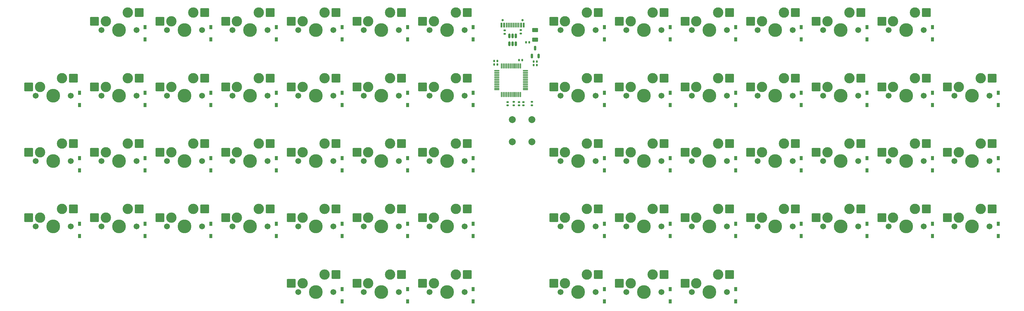
<source format=gbr>
%TF.GenerationSoftware,KiCad,Pcbnew,7.0.9*%
%TF.CreationDate,2024-01-02T18:20:27+09:00*%
%TF.ProjectId,SpaceCadet2024,53706163-6543-4616-9465-74323032342e,rev?*%
%TF.SameCoordinates,Original*%
%TF.FileFunction,Soldermask,Bot*%
%TF.FilePolarity,Negative*%
%FSLAX46Y46*%
G04 Gerber Fmt 4.6, Leading zero omitted, Abs format (unit mm)*
G04 Created by KiCad (PCBNEW 7.0.9) date 2024-01-02 18:20:27*
%MOMM*%
%LPD*%
G01*
G04 APERTURE LIST*
G04 Aperture macros list*
%AMRoundRect*
0 Rectangle with rounded corners*
0 $1 Rounding radius*
0 $2 $3 $4 $5 $6 $7 $8 $9 X,Y pos of 4 corners*
0 Add a 4 corners polygon primitive as box body*
4,1,4,$2,$3,$4,$5,$6,$7,$8,$9,$2,$3,0*
0 Add four circle primitives for the rounded corners*
1,1,$1+$1,$2,$3*
1,1,$1+$1,$4,$5*
1,1,$1+$1,$6,$7*
1,1,$1+$1,$8,$9*
0 Add four rect primitives between the rounded corners*
20,1,$1+$1,$2,$3,$4,$5,0*
20,1,$1+$1,$4,$5,$6,$7,0*
20,1,$1+$1,$6,$7,$8,$9,0*
20,1,$1+$1,$8,$9,$2,$3,0*%
G04 Aperture macros list end*
%ADD10C,1.701800*%
%ADD11C,3.000000*%
%ADD12C,3.987800*%
%ADD13RoundRect,0.200000X-1.075000X-1.050000X1.075000X-1.050000X1.075000X1.050000X-1.075000X1.050000X0*%
%ADD14R,0.950000X1.300000*%
%ADD15C,2.000000*%
%ADD16RoundRect,0.250000X-0.625000X0.375000X-0.625000X-0.375000X0.625000X-0.375000X0.625000X0.375000X0*%
%ADD17RoundRect,0.150000X0.150000X-0.512500X0.150000X0.512500X-0.150000X0.512500X-0.150000X-0.512500X0*%
%ADD18RoundRect,0.135000X-0.185000X0.135000X-0.185000X-0.135000X0.185000X-0.135000X0.185000X0.135000X0*%
%ADD19RoundRect,0.140000X0.170000X-0.140000X0.170000X0.140000X-0.170000X0.140000X-0.170000X-0.140000X0*%
%ADD20RoundRect,0.075000X0.075000X-0.662500X0.075000X0.662500X-0.075000X0.662500X-0.075000X-0.662500X0*%
%ADD21RoundRect,0.075000X0.662500X-0.075000X0.662500X0.075000X-0.662500X0.075000X-0.662500X-0.075000X0*%
%ADD22RoundRect,0.140000X-0.140000X-0.170000X0.140000X-0.170000X0.140000X0.170000X-0.140000X0.170000X0*%
%ADD23RoundRect,0.140000X0.140000X0.170000X-0.140000X0.170000X-0.140000X-0.170000X0.140000X-0.170000X0*%
%ADD24C,0.650000*%
%ADD25R,0.600000X1.450000*%
%ADD26R,0.300000X1.450000*%
%ADD27RoundRect,0.135000X0.185000X-0.135000X0.185000X0.135000X-0.185000X0.135000X-0.185000X-0.135000X0*%
G04 APERTURE END LIST*
D10*
%TO.C,SW9*%
X187770000Y-21850000D03*
D11*
X189040000Y-19310000D03*
D12*
X192850000Y-21850000D03*
D11*
X195390000Y-16770000D03*
D10*
X197930000Y-21850000D03*
D13*
X185765000Y-19310000D03*
X198692000Y-16770000D03*
%TD*%
D10*
%TO.C,SW19*%
X149770000Y-40850000D03*
D11*
X151040000Y-38310000D03*
D12*
X154850000Y-40850000D03*
D11*
X157390000Y-35770000D03*
D10*
X159930000Y-40850000D03*
D13*
X147765000Y-38310000D03*
X160692000Y-35770000D03*
%TD*%
D10*
%TO.C,SW38*%
X35770000Y-78850000D03*
D11*
X37040000Y-76310000D03*
D12*
X40850000Y-78850000D03*
D11*
X43390000Y-73770000D03*
D10*
X45930000Y-78850000D03*
D13*
X33765000Y-76310000D03*
X46692000Y-73770000D03*
%TD*%
D10*
%TO.C,SW14*%
X35770000Y-40850000D03*
D11*
X37040000Y-38310000D03*
D12*
X40850000Y-40850000D03*
D11*
X43390000Y-35770000D03*
D10*
X45930000Y-40850000D03*
D13*
X33765000Y-38310000D03*
X46692000Y-35770000D03*
%TD*%
D10*
%TO.C,SW39*%
X54770000Y-78850000D03*
D11*
X56040000Y-76310000D03*
D12*
X59850000Y-78850000D03*
D11*
X62390000Y-73770000D03*
D10*
X64930000Y-78850000D03*
D13*
X52765000Y-76310000D03*
X65692000Y-73770000D03*
%TD*%
D10*
%TO.C,SW40*%
X73770000Y-78850000D03*
D11*
X75040000Y-76310000D03*
D12*
X78850000Y-78850000D03*
D11*
X81390000Y-73770000D03*
D10*
X83930000Y-78850000D03*
D13*
X71765000Y-76310000D03*
X84692000Y-73770000D03*
%TD*%
D10*
%TO.C,SW21*%
X187770000Y-40850000D03*
D11*
X189040000Y-38310000D03*
D12*
X192850000Y-40850000D03*
D11*
X195390000Y-35770000D03*
D10*
X197930000Y-40850000D03*
D13*
X185765000Y-38310000D03*
X198692000Y-35770000D03*
%TD*%
D10*
%TO.C,SW56*%
X168770000Y-97850000D03*
D11*
X170040000Y-95310000D03*
D12*
X173850000Y-97850000D03*
D11*
X176390000Y-92770000D03*
D10*
X178930000Y-97850000D03*
D13*
X166765000Y-95310000D03*
X179692000Y-92770000D03*
%TD*%
D10*
%TO.C,SW45*%
X187770000Y-78850000D03*
D11*
X189040000Y-76310000D03*
D12*
X192850000Y-78850000D03*
D11*
X195390000Y-73770000D03*
D10*
X197930000Y-78850000D03*
D13*
X185765000Y-76310000D03*
X198692000Y-73770000D03*
%TD*%
D10*
%TO.C,SW30*%
X111770000Y-59850000D03*
D11*
X113040000Y-57310000D03*
D12*
X116850000Y-59850000D03*
D11*
X119390000Y-54770000D03*
D10*
X121930000Y-59850000D03*
D13*
X109765000Y-57310000D03*
X122692000Y-54770000D03*
%TD*%
D10*
%TO.C,SW50*%
X-2230000Y-59850000D03*
D11*
X-960000Y-57310000D03*
D12*
X2850000Y-59850000D03*
D11*
X5390000Y-54770000D03*
D10*
X7930000Y-59850000D03*
D13*
X-4235000Y-57310000D03*
X8692000Y-54770000D03*
%TD*%
D10*
%TO.C,SW33*%
X187770000Y-59850000D03*
D11*
X189040000Y-57310000D03*
D12*
X192850000Y-59850000D03*
D11*
X195390000Y-54770000D03*
D10*
X197930000Y-59850000D03*
D13*
X185765000Y-57310000D03*
X198692000Y-54770000D03*
%TD*%
D10*
%TO.C,SW59*%
X263770000Y-59850000D03*
D11*
X265040000Y-57310000D03*
D12*
X268850000Y-59850000D03*
D11*
X271390000Y-54770000D03*
D10*
X273930000Y-59850000D03*
D13*
X261765000Y-57310000D03*
X274692000Y-54770000D03*
%TD*%
D10*
%TO.C,SW58*%
X263770000Y-78850000D03*
D11*
X265040000Y-76310000D03*
D12*
X268850000Y-78850000D03*
D11*
X271390000Y-73770000D03*
D10*
X273930000Y-78850000D03*
D13*
X261765000Y-76310000D03*
X274692000Y-73770000D03*
%TD*%
D10*
%TO.C,SW12*%
X244770000Y-21850000D03*
D11*
X246040000Y-19310000D03*
D12*
X249850000Y-21850000D03*
D11*
X252390000Y-16770000D03*
D10*
X254930000Y-21850000D03*
D13*
X242765000Y-19310000D03*
X255692000Y-16770000D03*
%TD*%
D10*
%TO.C,SW32*%
X168770000Y-59850000D03*
D11*
X170040000Y-57310000D03*
D12*
X173850000Y-59850000D03*
D11*
X176390000Y-54770000D03*
D10*
X178930000Y-59850000D03*
D13*
X166765000Y-57310000D03*
X179692000Y-54770000D03*
%TD*%
D10*
%TO.C,SW10*%
X206770000Y-21850000D03*
D11*
X208040000Y-19310000D03*
D12*
X211850000Y-21850000D03*
D11*
X214390000Y-16770000D03*
D10*
X216930000Y-21850000D03*
D13*
X204765000Y-19310000D03*
X217692000Y-16770000D03*
%TD*%
D10*
%TO.C,SW22*%
X206770000Y-40850000D03*
D11*
X208040000Y-38310000D03*
D12*
X211850000Y-40850000D03*
D11*
X214390000Y-35770000D03*
D10*
X216930000Y-40850000D03*
D13*
X204765000Y-38310000D03*
X217692000Y-35770000D03*
%TD*%
D10*
%TO.C,SW43*%
X149770000Y-78850000D03*
D11*
X151040000Y-76310000D03*
D12*
X154850000Y-78850000D03*
D11*
X157390000Y-73770000D03*
D10*
X159930000Y-78850000D03*
D13*
X147765000Y-76310000D03*
X160692000Y-73770000D03*
%TD*%
D10*
%TO.C,SW8*%
X168770000Y-21850000D03*
D11*
X170040000Y-19310000D03*
D12*
X173850000Y-21850000D03*
D11*
X176390000Y-16770000D03*
D10*
X178930000Y-21850000D03*
D13*
X166765000Y-19310000D03*
X179692000Y-16770000D03*
%TD*%
D10*
%TO.C,SW55*%
X149770000Y-97850000D03*
D11*
X151040000Y-95310000D03*
D12*
X154850000Y-97850000D03*
D11*
X157390000Y-92770000D03*
D10*
X159930000Y-97850000D03*
D13*
X147765000Y-95310000D03*
X160692000Y-92770000D03*
%TD*%
D10*
%TO.C,SW44*%
X168770000Y-78850000D03*
D11*
X170040000Y-76310000D03*
D12*
X173850000Y-78850000D03*
D11*
X176390000Y-73770000D03*
D10*
X178930000Y-78850000D03*
D13*
X166765000Y-76310000D03*
X179692000Y-73770000D03*
%TD*%
D10*
%TO.C,SW37*%
X16770000Y-78850000D03*
D11*
X18040000Y-76310000D03*
D12*
X21850000Y-78850000D03*
D11*
X24390000Y-73770000D03*
D10*
X26930000Y-78850000D03*
D13*
X14765000Y-76310000D03*
X27692000Y-73770000D03*
%TD*%
D10*
%TO.C,SW1*%
X16770000Y-21850000D03*
D11*
X18040000Y-19310000D03*
D12*
X21850000Y-21850000D03*
D11*
X24390000Y-16770000D03*
D10*
X26930000Y-21850000D03*
D13*
X14765000Y-19310000D03*
X27692000Y-16770000D03*
%TD*%
D10*
%TO.C,SW28*%
X73770000Y-59850000D03*
D11*
X75040000Y-57310000D03*
D12*
X78850000Y-59850000D03*
D11*
X81390000Y-54770000D03*
D10*
X83930000Y-59850000D03*
D13*
X71765000Y-57310000D03*
X84692000Y-54770000D03*
%TD*%
D10*
%TO.C,SW47*%
X225770000Y-78850000D03*
D11*
X227040000Y-76310000D03*
D12*
X230850000Y-78850000D03*
D11*
X233390000Y-73770000D03*
D10*
X235930000Y-78850000D03*
D13*
X223765000Y-76310000D03*
X236692000Y-73770000D03*
%TD*%
D10*
%TO.C,SW29*%
X92770000Y-59850000D03*
D11*
X94040000Y-57310000D03*
D12*
X97850000Y-59850000D03*
D11*
X100390000Y-54770000D03*
D10*
X102930000Y-59850000D03*
D13*
X90765000Y-57310000D03*
X103692000Y-54770000D03*
%TD*%
D10*
%TO.C,SW31*%
X149770000Y-59850000D03*
D11*
X151040000Y-57310000D03*
D12*
X154850000Y-59850000D03*
D11*
X157390000Y-54770000D03*
D10*
X159930000Y-59850000D03*
D13*
X147765000Y-57310000D03*
X160692000Y-54770000D03*
%TD*%
D10*
%TO.C,SW24*%
X244770000Y-40850000D03*
D11*
X246040000Y-38310000D03*
D12*
X249850000Y-40850000D03*
D11*
X252390000Y-35770000D03*
D10*
X254930000Y-40850000D03*
D13*
X242765000Y-38310000D03*
X255692000Y-35770000D03*
%TD*%
D10*
%TO.C,SW27*%
X54780000Y-59850000D03*
D11*
X56050000Y-57310000D03*
D12*
X59860000Y-59850000D03*
D11*
X62400000Y-54770000D03*
D10*
X64940000Y-59850000D03*
D13*
X52775000Y-57310000D03*
X65702000Y-54770000D03*
%TD*%
D10*
%TO.C,SW57*%
X187770000Y-97850000D03*
D11*
X189040000Y-95310000D03*
D12*
X192850000Y-97850000D03*
D11*
X195390000Y-92770000D03*
D10*
X197930000Y-97850000D03*
D13*
X185765000Y-95310000D03*
X198692000Y-92770000D03*
%TD*%
D10*
%TO.C,SW13*%
X16770000Y-40850000D03*
D11*
X18040000Y-38310000D03*
D12*
X21850000Y-40850000D03*
D11*
X24390000Y-35770000D03*
D10*
X26930000Y-40850000D03*
D13*
X14765000Y-38310000D03*
X27692000Y-35770000D03*
%TD*%
D10*
%TO.C,SW53*%
X92770000Y-97850000D03*
D11*
X94040000Y-95310000D03*
D12*
X97850000Y-97850000D03*
D11*
X100390000Y-92770000D03*
D10*
X102930000Y-97850000D03*
D13*
X90765000Y-95310000D03*
X103692000Y-92770000D03*
%TD*%
D10*
%TO.C,SW34*%
X206770000Y-59850000D03*
D11*
X208040000Y-57310000D03*
D12*
X211850000Y-59850000D03*
D11*
X214390000Y-54770000D03*
D10*
X216930000Y-59850000D03*
D13*
X204765000Y-57310000D03*
X217692000Y-54770000D03*
%TD*%
D10*
%TO.C,SW60*%
X263770000Y-40850000D03*
D11*
X265040000Y-38310000D03*
D12*
X268850000Y-40850000D03*
D11*
X271390000Y-35770000D03*
D10*
X273930000Y-40850000D03*
D13*
X261765000Y-38310000D03*
X274692000Y-35770000D03*
%TD*%
D10*
%TO.C,SW17*%
X92770000Y-40850000D03*
D11*
X94040000Y-38310000D03*
D12*
X97850000Y-40850000D03*
D11*
X100390000Y-35770000D03*
D10*
X102930000Y-40850000D03*
D13*
X90765000Y-38310000D03*
X103692000Y-35770000D03*
%TD*%
D10*
%TO.C,SW6*%
X111770000Y-21850000D03*
D11*
X113040000Y-19310000D03*
D12*
X116850000Y-21850000D03*
D11*
X119390000Y-16770000D03*
D10*
X121930000Y-21850000D03*
D13*
X109765000Y-19310000D03*
X122692000Y-16770000D03*
%TD*%
D10*
%TO.C,SW41*%
X92770000Y-78850000D03*
D11*
X94040000Y-76310000D03*
D12*
X97850000Y-78850000D03*
D11*
X100390000Y-73770000D03*
D10*
X102930000Y-78850000D03*
D13*
X90765000Y-76310000D03*
X103692000Y-73770000D03*
%TD*%
D10*
%TO.C,SW52*%
X73770000Y-97850000D03*
D11*
X75040000Y-95310000D03*
D12*
X78850000Y-97850000D03*
D11*
X81390000Y-92770000D03*
D10*
X83930000Y-97850000D03*
D13*
X71765000Y-95310000D03*
X84692000Y-92770000D03*
%TD*%
D10*
%TO.C,SW25*%
X16770000Y-59850000D03*
D11*
X18040000Y-57310000D03*
D12*
X21850000Y-59850000D03*
D11*
X24390000Y-54770000D03*
D10*
X26930000Y-59850000D03*
D13*
X14765000Y-57310000D03*
X27692000Y-54770000D03*
%TD*%
D10*
%TO.C,SW48*%
X244770000Y-78850000D03*
D11*
X246040000Y-76310000D03*
D12*
X249850000Y-78850000D03*
D11*
X252390000Y-73770000D03*
D10*
X254930000Y-78850000D03*
D13*
X242765000Y-76310000D03*
X255692000Y-73770000D03*
%TD*%
D10*
%TO.C,SW42*%
X111770000Y-78850000D03*
D11*
X113040000Y-76310000D03*
D12*
X116850000Y-78850000D03*
D11*
X119390000Y-73770000D03*
D10*
X121930000Y-78850000D03*
D13*
X109765000Y-76310000D03*
X122692000Y-73770000D03*
%TD*%
D10*
%TO.C,SW36*%
X244770000Y-59850000D03*
D11*
X246040000Y-57310000D03*
D12*
X249850000Y-59850000D03*
D11*
X252390000Y-54770000D03*
D10*
X254930000Y-59850000D03*
D13*
X242765000Y-57310000D03*
X255692000Y-54770000D03*
%TD*%
D10*
%TO.C,SW7*%
X149770000Y-21850000D03*
D11*
X151040000Y-19310000D03*
D12*
X154850000Y-21850000D03*
D11*
X157390000Y-16770000D03*
D10*
X159930000Y-21850000D03*
D13*
X147765000Y-19310000D03*
X160692000Y-16770000D03*
%TD*%
D10*
%TO.C,SW4*%
X73770000Y-21850000D03*
D11*
X75040000Y-19310000D03*
D12*
X78850000Y-21850000D03*
D11*
X81390000Y-16770000D03*
D10*
X83930000Y-21850000D03*
D13*
X71765000Y-19310000D03*
X84692000Y-16770000D03*
%TD*%
D10*
%TO.C,SW3*%
X54770000Y-21850000D03*
D11*
X56040000Y-19310000D03*
D12*
X59850000Y-21850000D03*
D11*
X62390000Y-16770000D03*
D10*
X64930000Y-21850000D03*
D13*
X52765000Y-19310000D03*
X65692000Y-16770000D03*
%TD*%
D10*
%TO.C,SW18*%
X111770000Y-40850000D03*
D11*
X113040000Y-38310000D03*
D12*
X116850000Y-40850000D03*
D11*
X119390000Y-35770000D03*
D10*
X121930000Y-40850000D03*
D13*
X109765000Y-38310000D03*
X122692000Y-35770000D03*
%TD*%
D10*
%TO.C,SW11*%
X225770000Y-21850000D03*
D11*
X227040000Y-19310000D03*
D12*
X230850000Y-21850000D03*
D11*
X233390000Y-16770000D03*
D10*
X235930000Y-21850000D03*
D13*
X223765000Y-19310000D03*
X236692000Y-16770000D03*
%TD*%
D10*
%TO.C,SW49*%
X-2230000Y-40850000D03*
D11*
X-960000Y-38310000D03*
D12*
X2850000Y-40850000D03*
D11*
X5390000Y-35770000D03*
D10*
X7930000Y-40850000D03*
D13*
X-4235000Y-38310000D03*
X8692000Y-35770000D03*
%TD*%
D10*
%TO.C,SW16*%
X73770000Y-40850000D03*
D11*
X75040000Y-38310000D03*
D12*
X78850000Y-40850000D03*
D11*
X81390000Y-35770000D03*
D10*
X83930000Y-40850000D03*
D13*
X71765000Y-38310000D03*
X84692000Y-35770000D03*
%TD*%
D10*
%TO.C,SW20*%
X168770000Y-40850000D03*
D11*
X170040000Y-38310000D03*
D12*
X173850000Y-40850000D03*
D11*
X176390000Y-35770000D03*
D10*
X178930000Y-40850000D03*
D13*
X166765000Y-38310000D03*
X179692000Y-35770000D03*
%TD*%
D10*
%TO.C,SW46*%
X206770000Y-78850000D03*
D11*
X208040000Y-76310000D03*
D12*
X211850000Y-78850000D03*
D11*
X214390000Y-73770000D03*
D10*
X216930000Y-78850000D03*
D13*
X204765000Y-76310000D03*
X217692000Y-73770000D03*
%TD*%
D10*
%TO.C,SW35*%
X225770000Y-59850000D03*
D11*
X227040000Y-57310000D03*
D12*
X230850000Y-59850000D03*
D11*
X233390000Y-54770000D03*
D10*
X235930000Y-59850000D03*
D13*
X223765000Y-57310000D03*
X236692000Y-54770000D03*
%TD*%
D10*
%TO.C,SW15*%
X54770000Y-40850000D03*
D11*
X56040000Y-38310000D03*
D12*
X59850000Y-40850000D03*
D11*
X62390000Y-35770000D03*
D10*
X64930000Y-40850000D03*
D13*
X52765000Y-38310000D03*
X65692000Y-35770000D03*
%TD*%
D10*
%TO.C,SW26*%
X35770000Y-59850000D03*
D11*
X37040000Y-57310000D03*
D12*
X40850000Y-59850000D03*
D11*
X43390000Y-54770000D03*
D10*
X45930000Y-59850000D03*
D13*
X33765000Y-57310000D03*
X46692000Y-54770000D03*
%TD*%
D10*
%TO.C,SW2*%
X35770000Y-21850000D03*
D11*
X37040000Y-19310000D03*
D12*
X40850000Y-21850000D03*
D11*
X43390000Y-16770000D03*
D10*
X45930000Y-21850000D03*
D13*
X33765000Y-19310000D03*
X46692000Y-16770000D03*
%TD*%
D10*
%TO.C,SW5*%
X92770000Y-21850000D03*
D11*
X94040000Y-19310000D03*
D12*
X97850000Y-21850000D03*
D11*
X100390000Y-16770000D03*
D10*
X102930000Y-21850000D03*
D13*
X90765000Y-19310000D03*
X103692000Y-16770000D03*
%TD*%
D10*
%TO.C,SW23*%
X225770000Y-40850000D03*
D11*
X227040000Y-38310000D03*
D12*
X230850000Y-40850000D03*
D11*
X233390000Y-35770000D03*
D10*
X235930000Y-40850000D03*
D13*
X223765000Y-38310000D03*
X236692000Y-35770000D03*
%TD*%
D10*
%TO.C,SW54*%
X111770000Y-97850000D03*
D11*
X113040000Y-95310000D03*
D12*
X116850000Y-97850000D03*
D11*
X119390000Y-92770000D03*
D10*
X121930000Y-97850000D03*
D13*
X109765000Y-95310000D03*
X122692000Y-92770000D03*
%TD*%
D10*
%TO.C,SW51*%
X-2230000Y-78850000D03*
D11*
X-960000Y-76310000D03*
D12*
X2850000Y-78850000D03*
D11*
X5390000Y-73770000D03*
D10*
X7930000Y-78850000D03*
D13*
X-4235000Y-76310000D03*
X8692000Y-73770000D03*
%TD*%
D14*
%TO.C,D12*%
X257450000Y-24575000D03*
X257450000Y-21025000D03*
%TD*%
%TO.C,D8*%
X181450000Y-24575000D03*
X181450000Y-21025000D03*
%TD*%
%TO.C,D44*%
X181450000Y-81575000D03*
X181450000Y-78025000D03*
%TD*%
D15*
%TO.C,RS1*%
X135800000Y-54300000D03*
X135800000Y-47800000D03*
%TD*%
D14*
%TO.C,D40*%
X86450000Y-81575000D03*
X86450000Y-78025000D03*
%TD*%
%TO.C,D27*%
X67450000Y-62575000D03*
X67450000Y-59025000D03*
%TD*%
%TO.C,D19*%
X162450000Y-43575000D03*
X162450000Y-40025000D03*
%TD*%
%TO.C,D32*%
X181450000Y-62575000D03*
X181450000Y-59025000D03*
%TD*%
D16*
%TO.C,F1*%
X142400000Y-21800000D03*
X142400000Y-24600000D03*
%TD*%
D17*
%TO.C,U3*%
X143350000Y-29337500D03*
X141450000Y-29337500D03*
X142400000Y-27062500D03*
%TD*%
D18*
%TO.C,R2*%
X138200000Y-21815000D03*
X138200000Y-22835000D03*
%TD*%
D19*
%TO.C,C8*%
X139000000Y-43680000D03*
X139000000Y-42720000D03*
%TD*%
D14*
%TO.C,D4*%
X86450000Y-24575000D03*
X86450000Y-21025000D03*
%TD*%
%TO.C,D38*%
X48450000Y-81575000D03*
X48450000Y-78025000D03*
%TD*%
%TO.C,D3*%
X67450000Y-24575000D03*
X67450000Y-21025000D03*
%TD*%
%TO.C,D52*%
X86450000Y-100575000D03*
X86450000Y-97025000D03*
%TD*%
%TO.C,D2*%
X48450000Y-24575000D03*
X48450000Y-21025000D03*
%TD*%
D18*
%TO.C,R3*%
X141400000Y-42690000D03*
X141400000Y-43710000D03*
%TD*%
D14*
%TO.C,D18*%
X124450000Y-43575000D03*
X124450000Y-40025000D03*
%TD*%
%TO.C,D45*%
X200450000Y-81575000D03*
X200450000Y-78025000D03*
%TD*%
%TO.C,D58*%
X276450000Y-81575000D03*
X276450000Y-78025000D03*
%TD*%
%TO.C,D6*%
X124450000Y-24575000D03*
X124450000Y-21025000D03*
%TD*%
%TO.C,D59*%
X276450000Y-62575000D03*
X276450000Y-59025000D03*
%TD*%
%TO.C,D37*%
X29450000Y-81575000D03*
X29450000Y-78025000D03*
%TD*%
%TO.C,D43*%
X162450000Y-81575000D03*
X162450000Y-78025000D03*
%TD*%
%TO.C,D50*%
X10450000Y-62575000D03*
X10450000Y-59025000D03*
%TD*%
%TO.C,D1*%
X29450000Y-24575000D03*
X29450000Y-21025000D03*
%TD*%
%TO.C,D53*%
X105450000Y-100575000D03*
X105450000Y-97025000D03*
%TD*%
%TO.C,D48*%
X257450000Y-81575000D03*
X257450000Y-78025000D03*
%TD*%
%TO.C,D60*%
X276450000Y-43575000D03*
X276450000Y-40025000D03*
%TD*%
%TO.C,D33*%
X200450000Y-62575000D03*
X200450000Y-59025000D03*
%TD*%
%TO.C,D39*%
X67450000Y-81575000D03*
X67450000Y-78025000D03*
%TD*%
%TO.C,D46*%
X219450000Y-81575000D03*
X219450000Y-78025000D03*
%TD*%
D20*
%TO.C,U1*%
X138150000Y-40562500D03*
X137650000Y-40562500D03*
X137150000Y-40562500D03*
X136650000Y-40562500D03*
X136150000Y-40562500D03*
X135650000Y-40562500D03*
X135150000Y-40562500D03*
X134650000Y-40562500D03*
X134150000Y-40562500D03*
X133650000Y-40562500D03*
X133150000Y-40562500D03*
X132650000Y-40562500D03*
D21*
X131237500Y-39150000D03*
X131237500Y-38650000D03*
X131237500Y-38150000D03*
X131237500Y-37650000D03*
X131237500Y-37150000D03*
X131237500Y-36650000D03*
X131237500Y-36150000D03*
X131237500Y-35650000D03*
X131237500Y-35150000D03*
X131237500Y-34650000D03*
X131237500Y-34150000D03*
X131237500Y-33650000D03*
D20*
X132650000Y-32237500D03*
X133150000Y-32237500D03*
X133650000Y-32237500D03*
X134150000Y-32237500D03*
X134650000Y-32237500D03*
X135150000Y-32237500D03*
X135650000Y-32237500D03*
X136150000Y-32237500D03*
X136650000Y-32237500D03*
X137150000Y-32237500D03*
X137650000Y-32237500D03*
X138150000Y-32237500D03*
D21*
X139562500Y-33650000D03*
X139562500Y-34150000D03*
X139562500Y-34650000D03*
X139562500Y-35150000D03*
X139562500Y-35650000D03*
X139562500Y-36150000D03*
X139562500Y-36650000D03*
X139562500Y-37150000D03*
X139562500Y-37650000D03*
X139562500Y-38150000D03*
X139562500Y-38650000D03*
X139562500Y-39150000D03*
%TD*%
D14*
%TO.C,D26*%
X48450000Y-62575000D03*
X48450000Y-59025000D03*
%TD*%
%TO.C,D23*%
X238450000Y-43575000D03*
X238450000Y-40025000D03*
%TD*%
D22*
%TO.C,C2*%
X141920000Y-31000000D03*
X142880000Y-31000000D03*
%TD*%
D17*
%TO.C,U2*%
X136800000Y-25837500D03*
X135850000Y-25837500D03*
X134900000Y-25837500D03*
X134900000Y-23562500D03*
X135850000Y-23562500D03*
X136800000Y-23562500D03*
%TD*%
D14*
%TO.C,D15*%
X67450000Y-43575000D03*
X67450000Y-40025000D03*
%TD*%
%TO.C,D7*%
X162450000Y-24575000D03*
X162450000Y-21025000D03*
%TD*%
D23*
%TO.C,C7*%
X131480000Y-31800000D03*
X130520000Y-31800000D03*
%TD*%
%TO.C,C1*%
X140680000Y-25400000D03*
X139720000Y-25400000D03*
%TD*%
D14*
%TO.C,D30*%
X124450000Y-62575000D03*
X124450000Y-59025000D03*
%TD*%
%TO.C,D20*%
X181450000Y-43575000D03*
X181450000Y-40025000D03*
%TD*%
D19*
%TO.C,C5*%
X134400000Y-43680000D03*
X134400000Y-42720000D03*
%TD*%
D23*
%TO.C,C6*%
X131480000Y-30800000D03*
X130520000Y-30800000D03*
%TD*%
D24*
%TO.C,IO1*%
X132960000Y-18980000D03*
X138740000Y-18980000D03*
D25*
X132625000Y-20425000D03*
X133400000Y-20425000D03*
D26*
X134100000Y-20425000D03*
X134600000Y-20425000D03*
X135100000Y-20425000D03*
X135600000Y-20425000D03*
X136100000Y-20425000D03*
X136600000Y-20425000D03*
X137100000Y-20425000D03*
X137600000Y-20425000D03*
D25*
X138300000Y-20425000D03*
X139075000Y-20425000D03*
%TD*%
D14*
%TO.C,D22*%
X219450000Y-43575000D03*
X219450000Y-40025000D03*
%TD*%
D19*
%TO.C,C9*%
X137750000Y-43680000D03*
X137750000Y-42720000D03*
%TD*%
D27*
%TO.C,R4*%
X136200000Y-43710000D03*
X136200000Y-42690000D03*
%TD*%
D14*
%TO.C,D34*%
X219450000Y-62575000D03*
X219450000Y-59025000D03*
%TD*%
%TO.C,D36*%
X257450000Y-62575000D03*
X257450000Y-59025000D03*
%TD*%
D18*
%TO.C,R1*%
X133600000Y-21890000D03*
X133600000Y-22910000D03*
%TD*%
D14*
%TO.C,D41*%
X105450000Y-81575000D03*
X105450000Y-78025000D03*
%TD*%
%TO.C,D49*%
X10450000Y-43575000D03*
X10450000Y-40025000D03*
%TD*%
%TO.C,D47*%
X238450000Y-81575000D03*
X238450000Y-78025000D03*
%TD*%
%TO.C,D42*%
X124450000Y-81575000D03*
X124450000Y-78025000D03*
%TD*%
%TO.C,D29*%
X105450000Y-62575000D03*
X105450000Y-59025000D03*
%TD*%
%TO.C,D5*%
X105450000Y-24575000D03*
X105450000Y-21025000D03*
%TD*%
%TO.C,D25*%
X29450000Y-62575000D03*
X29450000Y-59025000D03*
%TD*%
D23*
%TO.C,C4*%
X138680000Y-30600000D03*
X137720000Y-30600000D03*
%TD*%
D14*
%TO.C,D35*%
X238450000Y-62575000D03*
X238450000Y-59025000D03*
%TD*%
%TO.C,D28*%
X86450000Y-62575000D03*
X86450000Y-59025000D03*
%TD*%
%TO.C,D14*%
X48450000Y-43575000D03*
X48450000Y-40025000D03*
%TD*%
%TO.C,D51*%
X10450000Y-81575000D03*
X10450000Y-78025000D03*
%TD*%
%TO.C,D13*%
X29450000Y-43575000D03*
X29450000Y-40025000D03*
%TD*%
%TO.C,D21*%
X200450000Y-43575000D03*
X200450000Y-40025000D03*
%TD*%
%TO.C,D11*%
X238450000Y-24575000D03*
X238450000Y-21025000D03*
%TD*%
%TO.C,D9*%
X200450000Y-24575000D03*
X200450000Y-21025000D03*
%TD*%
%TO.C,D10*%
X219450000Y-24575000D03*
X219450000Y-21025000D03*
%TD*%
%TO.C,D54*%
X124450000Y-100575000D03*
X124450000Y-97025000D03*
%TD*%
%TO.C,D31*%
X162450000Y-62575000D03*
X162450000Y-59025000D03*
%TD*%
D15*
%TO.C,BT1*%
X141400000Y-54300000D03*
X141400000Y-47800000D03*
%TD*%
D14*
%TO.C,D55*%
X162450000Y-100575000D03*
X162450000Y-97025000D03*
%TD*%
%TO.C,D16*%
X86450000Y-43575000D03*
X86450000Y-40025000D03*
%TD*%
%TO.C,D56*%
X181450000Y-100575000D03*
X181450000Y-97025000D03*
%TD*%
%TO.C,D17*%
X105450000Y-43575000D03*
X105450000Y-40025000D03*
%TD*%
%TO.C,D24*%
X257450000Y-43575000D03*
X257450000Y-40025000D03*
%TD*%
D22*
%TO.C,C3*%
X141920000Y-32000000D03*
X142880000Y-32000000D03*
%TD*%
D14*
%TO.C,D57*%
X200450000Y-100575000D03*
X200450000Y-97025000D03*
%TD*%
M02*

</source>
